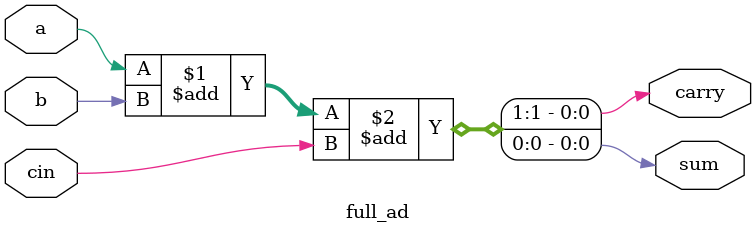
<source format=v>
module full_ad(input a,b,cin,output sum,carry);
  assign {carry,sum} = a+b+cin;
endmodule

</source>
